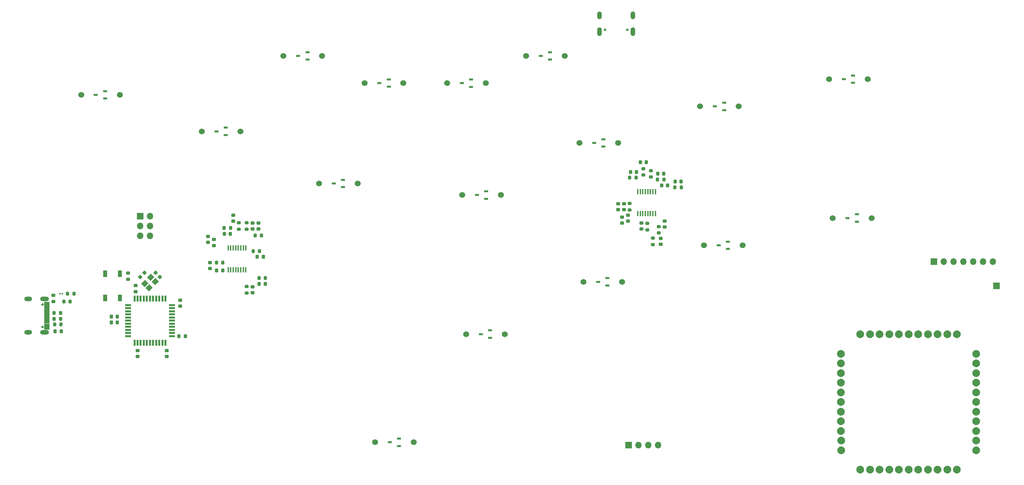
<source format=gbr>
%TF.GenerationSoftware,KiCad,Pcbnew,8.0.8*%
%TF.CreationDate,2025-04-29T22:55:39-07:00*%
%TF.ProjectId,MainBoard_BrooksGen5XMini,4d61696e-426f-4617-9264-5f42726f6f6b,rev?*%
%TF.SameCoordinates,Original*%
%TF.FileFunction,Soldermask,Bot*%
%TF.FilePolarity,Negative*%
%FSLAX46Y46*%
G04 Gerber Fmt 4.6, Leading zero omitted, Abs format (unit mm)*
G04 Created by KiCad (PCBNEW 8.0.8) date 2025-04-29 22:55:39*
%MOMM*%
%LPD*%
G01*
G04 APERTURE LIST*
G04 Aperture macros list*
%AMRoundRect*
0 Rectangle with rounded corners*
0 $1 Rounding radius*
0 $2 $3 $4 $5 $6 $7 $8 $9 X,Y pos of 4 corners*
0 Add a 4 corners polygon primitive as box body*
4,1,4,$2,$3,$4,$5,$6,$7,$8,$9,$2,$3,0*
0 Add four circle primitives for the rounded corners*
1,1,$1+$1,$2,$3*
1,1,$1+$1,$4,$5*
1,1,$1+$1,$6,$7*
1,1,$1+$1,$8,$9*
0 Add four rect primitives between the rounded corners*
20,1,$1+$1,$2,$3,$4,$5,0*
20,1,$1+$1,$4,$5,$6,$7,0*
20,1,$1+$1,$6,$7,$8,$9,0*
20,1,$1+$1,$8,$9,$2,$3,0*%
%AMRotRect*
0 Rectangle, with rotation*
0 The origin of the aperture is its center*
0 $1 length*
0 $2 width*
0 $3 Rotation angle, in degrees counterclockwise*
0 Add horizontal line*
21,1,$1,$2,0,0,$3*%
G04 Aperture macros list end*
%ADD10C,0.010000*%
%ADD11C,2.000000*%
%ADD12R,1.700000X1.700000*%
%ADD13O,1.700000X1.700000*%
%ADD14C,1.530000*%
%ADD15C,0.650000*%
%ADD16O,1.204000X2.304000*%
%ADD17O,1.204000X2.004000*%
%ADD18RoundRect,0.225000X0.225000X0.250000X-0.225000X0.250000X-0.225000X-0.250000X0.225000X-0.250000X0*%
%ADD19R,1.500000X0.550000*%
%ADD20R,0.550000X1.500000*%
%ADD21RoundRect,0.200000X-0.275000X0.200000X-0.275000X-0.200000X0.275000X-0.200000X0.275000X0.200000X0*%
%ADD22RoundRect,0.225000X0.250000X-0.225000X0.250000X0.225000X-0.250000X0.225000X-0.250000X-0.225000X0*%
%ADD23R,1.000000X0.599999*%
%ADD24RoundRect,0.225000X-0.250000X0.225000X-0.250000X-0.225000X0.250000X-0.225000X0.250000X0.225000X0*%
%ADD25RoundRect,0.200000X-0.200000X-0.275000X0.200000X-0.275000X0.200000X0.275000X-0.200000X0.275000X0*%
%ADD26RoundRect,0.225000X-0.225000X-0.250000X0.225000X-0.250000X0.225000X0.250000X-0.225000X0.250000X0*%
%ADD27RoundRect,0.200000X0.200000X0.275000X-0.200000X0.275000X-0.200000X-0.275000X0.200000X-0.275000X0*%
%ADD28RoundRect,0.225000X-0.017678X0.335876X-0.335876X0.017678X0.017678X-0.335876X0.335876X-0.017678X0*%
%ADD29RoundRect,0.200000X0.275000X-0.200000X0.275000X0.200000X-0.275000X0.200000X-0.275000X-0.200000X0*%
%ADD30RoundRect,0.100000X0.130000X0.100000X-0.130000X0.100000X-0.130000X-0.100000X0.130000X-0.100000X0*%
%ADD31R,0.355600X1.422400*%
%ADD32R,1.000000X1.700000*%
%ADD33RoundRect,0.218750X-0.256250X0.218750X-0.256250X-0.218750X0.256250X-0.218750X0.256250X0.218750X0*%
%ADD34O,2.004000X1.204000*%
%ADD35O,2.304000X1.204000*%
%ADD36RoundRect,0.225000X-0.335876X-0.017678X-0.017678X-0.335876X0.335876X0.017678X0.017678X0.335876X0*%
%ADD37RotRect,1.400000X1.200000X45.000000*%
%ADD38RoundRect,0.218750X0.218750X0.256250X-0.218750X0.256250X-0.218750X-0.256250X0.218750X-0.256250X0*%
G04 APERTURE END LIST*
D10*
%TO.C,J1*%
X28420000Y-100790000D02*
X27170000Y-100790000D01*
X27170000Y-100090000D01*
X28420000Y-100090000D01*
X28420000Y-100790000D01*
G36*
X28420000Y-100790000D02*
G01*
X27170000Y-100790000D01*
X27170000Y-100090000D01*
X28420000Y-100090000D01*
X28420000Y-100790000D01*
G37*
X28420000Y-99990000D02*
X27170000Y-99990000D01*
X27170000Y-99290000D01*
X28420000Y-99290000D01*
X28420000Y-99990000D01*
G36*
X28420000Y-99990000D02*
G01*
X27170000Y-99990000D01*
X27170000Y-99290000D01*
X28420000Y-99290000D01*
X28420000Y-99990000D01*
G37*
X28420000Y-99190000D02*
X27170000Y-99190000D01*
X27170000Y-98790000D01*
X28420000Y-98790000D01*
X28420000Y-99190000D01*
G36*
X28420000Y-99190000D02*
G01*
X27170000Y-99190000D01*
X27170000Y-98790000D01*
X28420000Y-98790000D01*
X28420000Y-99190000D01*
G37*
X28420000Y-98690000D02*
X27170000Y-98690000D01*
X27170000Y-98290000D01*
X28420000Y-98290000D01*
X28420000Y-98690000D01*
G36*
X28420000Y-98690000D02*
G01*
X27170000Y-98690000D01*
X27170000Y-98290000D01*
X28420000Y-98290000D01*
X28420000Y-98690000D01*
G37*
X28420000Y-98190000D02*
X27170000Y-98190000D01*
X27170000Y-97790000D01*
X28420000Y-97790000D01*
X28420000Y-98190000D01*
G36*
X28420000Y-98190000D02*
G01*
X27170000Y-98190000D01*
X27170000Y-97790000D01*
X28420000Y-97790000D01*
X28420000Y-98190000D01*
G37*
X28420000Y-97690000D02*
X27170000Y-97690000D01*
X27170000Y-97290000D01*
X28420000Y-97290000D01*
X28420000Y-97690000D01*
G36*
X28420000Y-97690000D02*
G01*
X27170000Y-97690000D01*
X27170000Y-97290000D01*
X28420000Y-97290000D01*
X28420000Y-97690000D01*
G37*
X28420000Y-97190000D02*
X27170000Y-97190000D01*
X27170000Y-96790000D01*
X28420000Y-96790000D01*
X28420000Y-97190000D01*
G36*
X28420000Y-97190000D02*
G01*
X27170000Y-97190000D01*
X27170000Y-96790000D01*
X28420000Y-96790000D01*
X28420000Y-97190000D01*
G37*
X28420000Y-96690000D02*
X27170000Y-96690000D01*
X27170000Y-96290000D01*
X28420000Y-96290000D01*
X28420000Y-96690000D01*
G36*
X28420000Y-96690000D02*
G01*
X27170000Y-96690000D01*
X27170000Y-96290000D01*
X28420000Y-96290000D01*
X28420000Y-96690000D01*
G37*
X28420000Y-96190000D02*
X27170000Y-96190000D01*
X27170000Y-95790000D01*
X28420000Y-95790000D01*
X28420000Y-96190000D01*
G36*
X28420000Y-96190000D02*
G01*
X27170000Y-96190000D01*
X27170000Y-95790000D01*
X28420000Y-95790000D01*
X28420000Y-96190000D01*
G37*
X28420000Y-95690000D02*
X27170000Y-95690000D01*
X27170000Y-95290000D01*
X28420000Y-95290000D01*
X28420000Y-95690000D01*
G36*
X28420000Y-95690000D02*
G01*
X27170000Y-95690000D01*
X27170000Y-95290000D01*
X28420000Y-95290000D01*
X28420000Y-95690000D01*
G37*
X28420000Y-95190000D02*
X27170000Y-95190000D01*
X27170000Y-94490000D01*
X28420000Y-94490000D01*
X28420000Y-95190000D01*
G36*
X28420000Y-95190000D02*
G01*
X27170000Y-95190000D01*
X27170000Y-94490000D01*
X28420000Y-94490000D01*
X28420000Y-95190000D01*
G37*
X28420000Y-94390000D02*
X27170000Y-94390000D01*
X27170000Y-93690000D01*
X28420000Y-93690000D01*
X28420000Y-94390000D01*
G36*
X28420000Y-94390000D02*
G01*
X27170000Y-94390000D01*
X27170000Y-93690000D01*
X28420000Y-93690000D01*
X28420000Y-94390000D01*
G37*
%TD*%
D11*
%TO.C,U37*%
X238075000Y-137075000D03*
X240575000Y-137075000D03*
X243075000Y-137075000D03*
X245575000Y-137075000D03*
X248075000Y-137075000D03*
X250575000Y-137075000D03*
X253075000Y-137075000D03*
X255575000Y-137075000D03*
X258075000Y-137075000D03*
X260575000Y-137075000D03*
X263075000Y-137075000D03*
X268075000Y-132075000D03*
X268075000Y-129575000D03*
X268075000Y-127075000D03*
X268075000Y-124575000D03*
X268075000Y-122075000D03*
X268075000Y-119575000D03*
X268075000Y-117075000D03*
X268075000Y-114575000D03*
X268075000Y-112075000D03*
X268075000Y-109575000D03*
X268075000Y-107075000D03*
X263075000Y-102075000D03*
X260575000Y-102075000D03*
X258075000Y-102075000D03*
X255575000Y-102075000D03*
X253075000Y-102075000D03*
X250575000Y-102075000D03*
X248075000Y-102075000D03*
X245575000Y-102075000D03*
X243075000Y-102075000D03*
X240575000Y-102075000D03*
X238075000Y-102075000D03*
X233075000Y-107075000D03*
X233075000Y-109575000D03*
X233075000Y-112075000D03*
X233075000Y-114575000D03*
X233075000Y-117075000D03*
X233075000Y-119575000D03*
X233075000Y-122075000D03*
X233075000Y-124575000D03*
X233075000Y-127075000D03*
X233125000Y-129575000D03*
X233125000Y-132125000D03*
%TD*%
D12*
%TO.C,J6*%
X273250000Y-89500000D03*
%TD*%
D13*
%TO.C,J5*%
X272365000Y-83250000D03*
X269825000Y-83250000D03*
X267285000Y-83250000D03*
X264745000Y-83250000D03*
X262205000Y-83250000D03*
X259665000Y-83250000D03*
D12*
X257125000Y-83250000D03*
%TD*%
%TO.C,J4*%
X178200000Y-130750000D03*
D13*
X180740000Y-130750000D03*
X183280000Y-130750000D03*
X185820000Y-130750000D03*
%TD*%
D14*
%TO.C,U22*%
X136200000Y-102000000D03*
X146200000Y-102000000D03*
%TD*%
D12*
%TO.C,J2*%
X51960000Y-71500000D03*
D13*
X54500000Y-71500000D03*
X51960000Y-74040000D03*
X54500000Y-74040000D03*
X51960000Y-76580000D03*
X54500000Y-76580000D03*
%TD*%
D14*
%TO.C,U31*%
X196700000Y-43050002D03*
X206700000Y-43050002D03*
%TD*%
%TO.C,U32*%
X112700000Y-130000000D03*
X122700000Y-130000000D03*
%TD*%
%TO.C,U25*%
X110000000Y-37000000D03*
X120000000Y-37000000D03*
%TD*%
%TO.C,U2*%
X36700000Y-40050002D03*
X46700000Y-40050002D03*
%TD*%
%TO.C,U33*%
X151700000Y-30000000D03*
X161700000Y-30000000D03*
%TD*%
%TO.C,U30*%
X197700000Y-79000000D03*
X207700000Y-79000000D03*
%TD*%
D15*
%TO.C,J3*%
X177890000Y-23180000D03*
X172110000Y-23180000D03*
D16*
X179320000Y-23680000D03*
X170680000Y-23680000D03*
D17*
X179320000Y-19500000D03*
X170680000Y-19500000D03*
%TD*%
D14*
%TO.C,U23*%
X135200000Y-66000000D03*
X145200000Y-66000000D03*
%TD*%
%TO.C,U24*%
X67900000Y-49500003D03*
X77900000Y-49500003D03*
%TD*%
%TO.C,U35*%
X230000000Y-36000003D03*
X240000000Y-36000003D03*
%TD*%
%TO.C,U26*%
X166500000Y-88450001D03*
X176500000Y-88450001D03*
%TD*%
%TO.C,U28*%
X98200000Y-63000000D03*
X108200000Y-63000000D03*
%TD*%
%TO.C,U27*%
X165500000Y-52500003D03*
X175500000Y-52500003D03*
%TD*%
%TO.C,U29*%
X131300000Y-37050002D03*
X141300000Y-37050002D03*
%TD*%
%TO.C,U21*%
X89000000Y-30000000D03*
X99000000Y-30000000D03*
%TD*%
%TO.C,U34*%
X231000000Y-72000000D03*
X241000000Y-72000000D03*
%TD*%
D18*
%TO.C,C30*%
X84275000Y-89000000D03*
X82725000Y-89000000D03*
%TD*%
D19*
%TO.C,U20*%
X48800000Y-102500000D03*
X48800000Y-101700000D03*
X48800000Y-100900000D03*
X48800000Y-100100000D03*
X48800000Y-99300000D03*
X48800000Y-98500000D03*
X48800000Y-97700000D03*
X48800000Y-96900000D03*
X48800000Y-96100000D03*
X48800000Y-95300000D03*
X48800000Y-94500000D03*
D20*
X50500000Y-92800000D03*
X51300000Y-92800000D03*
X52100000Y-92800000D03*
X52900000Y-92800000D03*
X53700000Y-92800000D03*
X54500000Y-92800000D03*
X55300000Y-92800000D03*
X56100000Y-92800000D03*
X56900000Y-92800000D03*
X57700000Y-92800000D03*
X58500000Y-92800000D03*
D19*
X60200000Y-94500000D03*
X60200000Y-95300000D03*
X60200000Y-96100000D03*
X60200000Y-96900000D03*
X60200000Y-97700000D03*
X60200000Y-98500000D03*
X60200000Y-99300000D03*
X60200000Y-100100000D03*
X60200000Y-100900000D03*
X60200000Y-101700000D03*
X60200000Y-102500000D03*
D20*
X58500000Y-104200000D03*
X57700000Y-104200000D03*
X56900000Y-104200000D03*
X56100000Y-104200000D03*
X55300000Y-104200000D03*
X54500000Y-104200000D03*
X53700000Y-104200000D03*
X52900000Y-104200000D03*
X52100000Y-104200000D03*
X51300000Y-104200000D03*
X50500000Y-104200000D03*
%TD*%
D21*
%TO.C,R12*%
X184000000Y-59675000D03*
X184000000Y-61325000D03*
%TD*%
D22*
%TO.C,C24*%
X181500000Y-74775000D03*
X181500000Y-73225000D03*
%TD*%
D23*
%TO.C,U15*%
X157900000Y-29049999D03*
X157900000Y-30949998D03*
X155500000Y-30000000D03*
%TD*%
D24*
%TO.C,C41*%
X82500000Y-73225000D03*
X82500000Y-74775000D03*
%TD*%
D23*
%TO.C,U4*%
X171700000Y-51549999D03*
X171700000Y-53449998D03*
X169300000Y-52500000D03*
%TD*%
%TO.C,U18*%
X137500000Y-36099999D03*
X137500000Y-37999998D03*
X135100000Y-37050000D03*
%TD*%
D22*
%TO.C,C7*%
X50800000Y-91000000D03*
X50800000Y-89450000D03*
%TD*%
D23*
%TO.C,U12*%
X142400000Y-101049999D03*
X142400000Y-102949998D03*
X140000000Y-102000000D03*
%TD*%
D21*
%TO.C,R31*%
X79500000Y-73175000D03*
X79500000Y-74825000D03*
%TD*%
D25*
%TO.C,R8*%
X178500000Y-61500000D03*
X180150000Y-61500000D03*
%TD*%
D18*
%TO.C,C17*%
X188275000Y-63500000D03*
X186725000Y-63500000D03*
%TD*%
D26*
%TO.C,C14*%
X178725000Y-60000000D03*
X180275000Y-60000000D03*
%TD*%
D23*
%TO.C,U6*%
X236200000Y-35049999D03*
X236200000Y-36949998D03*
X233800000Y-36000000D03*
%TD*%
D27*
%TO.C,R25*%
X82825000Y-80500000D03*
X81175000Y-80500000D03*
%TD*%
D28*
%TO.C,C10*%
X53060140Y-86108489D03*
X51964124Y-87204505D03*
%TD*%
D29*
%TO.C,R18*%
X183000000Y-75000000D03*
X183000000Y-73350000D03*
%TD*%
D30*
%TO.C,*%
X31860000Y-91540000D03*
%TD*%
D31*
%TO.C,U3*%
X74725001Y-79655200D03*
X75374999Y-79655200D03*
X76025001Y-79655200D03*
X76674999Y-79655200D03*
X77324998Y-79655200D03*
X77974999Y-79655200D03*
X78624998Y-79655200D03*
X79274999Y-79655200D03*
X79274999Y-85344800D03*
X78625001Y-85344800D03*
X77974999Y-85344800D03*
X77325001Y-85344800D03*
X76675002Y-85344800D03*
X76025001Y-85344800D03*
X75375002Y-85344800D03*
X74725001Y-85344800D03*
%TD*%
D25*
%TO.C,R29*%
X73675000Y-74500000D03*
X75325000Y-74500000D03*
%TD*%
D27*
%TO.C,R14*%
X191825000Y-64000000D03*
X190175000Y-64000000D03*
%TD*%
%TO.C,R3*%
X31365000Y-98040000D03*
X29715000Y-98040000D03*
%TD*%
D29*
%TO.C,R20*%
X186000000Y-75825000D03*
X186000000Y-74175000D03*
%TD*%
D27*
%TO.C,R9*%
X31500000Y-99500000D03*
X29850000Y-99500000D03*
%TD*%
D32*
%TO.C,SW_RESET1*%
X42900000Y-86350000D03*
X42900000Y-92650000D03*
X46700000Y-86350000D03*
X46700000Y-92650000D03*
%TD*%
D29*
%TO.C,R19*%
X184500000Y-78825000D03*
X184500000Y-77175000D03*
%TD*%
D33*
%TO.C,D6*%
X29500000Y-91962500D03*
X29500000Y-93537500D03*
%TD*%
D34*
%TO.C,J1*%
X23040000Y-92920000D03*
X23040000Y-101560000D03*
D35*
X27220000Y-92920000D03*
X27220000Y-101560000D03*
D15*
X26720000Y-94350000D03*
X26720000Y-100130000D03*
%TD*%
D24*
%TO.C,C3*%
X51300000Y-106225000D03*
X51300000Y-107775000D03*
%TD*%
D22*
%TO.C,C9*%
X177000000Y-69775000D03*
X177000000Y-68225000D03*
%TD*%
D36*
%TO.C,C8*%
X55964124Y-86108489D03*
X57060140Y-87204505D03*
%TD*%
D21*
%TO.C,R11*%
X182000000Y-59175000D03*
X182000000Y-60825000D03*
%TD*%
D26*
%TO.C,C11*%
X44525000Y-99000000D03*
X46075000Y-99000000D03*
%TD*%
D22*
%TO.C,C25*%
X186500000Y-78775000D03*
X186500000Y-77225000D03*
%TD*%
D24*
%TO.C,C39*%
X81000000Y-73225000D03*
X81000000Y-74775000D03*
%TD*%
%TO.C,C4*%
X58800000Y-106225000D03*
X58800000Y-107775000D03*
%TD*%
%TO.C,C34*%
X69500000Y-76725000D03*
X69500000Y-78275000D03*
%TD*%
D18*
%TO.C,C16*%
X187275000Y-60500000D03*
X185725000Y-60500000D03*
%TD*%
D23*
%TO.C,U11*%
X141400000Y-65049999D03*
X141400000Y-66949998D03*
X139000000Y-66000000D03*
%TD*%
%TO.C,U10*%
X104400000Y-62049999D03*
X104400000Y-63949998D03*
X102000000Y-63000000D03*
%TD*%
D24*
%TO.C,C2*%
X70000000Y-83500000D03*
X70000000Y-85050000D03*
%TD*%
D25*
%TO.C,R7*%
X61975000Y-102500000D03*
X63625000Y-102500000D03*
%TD*%
D23*
%TO.C,U14*%
X237200000Y-70999999D03*
X237200000Y-72899998D03*
X234800000Y-71950000D03*
%TD*%
D37*
%TO.C,Y2*%
X53168629Y-88868629D03*
X54724264Y-87312994D03*
X55855635Y-88444365D03*
X54300000Y-90000000D03*
%TD*%
D29*
%TO.C,R26*%
X79500000Y-91325000D03*
X79500000Y-89675000D03*
%TD*%
D23*
%TO.C,U19*%
X203900000Y-78049999D03*
X203900000Y-79949998D03*
X201500000Y-79000000D03*
%TD*%
D38*
%TO.C,D5*%
X31537500Y-101250000D03*
X29962500Y-101250000D03*
%TD*%
D22*
%TO.C,C32*%
X81000000Y-91275000D03*
X81000000Y-89725000D03*
%TD*%
D23*
%TO.C,U16*%
X95200000Y-29049999D03*
X95200000Y-30949998D03*
X92800000Y-30000000D03*
%TD*%
D22*
%TO.C,C20*%
X178000000Y-72775000D03*
X178000000Y-71225000D03*
%TD*%
D31*
%TO.C,U1*%
X180569801Y-65130199D03*
X181219799Y-65130199D03*
X181869801Y-65130199D03*
X182519799Y-65130199D03*
X183169798Y-65130199D03*
X183819799Y-65130199D03*
X184469798Y-65130199D03*
X185119799Y-65130199D03*
X185119799Y-70819799D03*
X184469801Y-70819799D03*
X183819799Y-70819799D03*
X183169801Y-70819799D03*
X182519802Y-70819799D03*
X181869801Y-70819799D03*
X181219802Y-70819799D03*
X180569801Y-70819799D03*
%TD*%
D27*
%TO.C,R13*%
X187325000Y-62000000D03*
X185675000Y-62000000D03*
%TD*%
D23*
%TO.C,U13*%
X172700000Y-87499999D03*
X172700000Y-89399998D03*
X170300000Y-88450000D03*
%TD*%
D30*
%TO.C,D2*%
X31860000Y-91540000D03*
X31220000Y-91540000D03*
%TD*%
D26*
%TO.C,C15*%
X181225000Y-57500000D03*
X182775000Y-57500000D03*
%TD*%
D25*
%TO.C,R34*%
X71675000Y-83500000D03*
X73325000Y-83500000D03*
%TD*%
D23*
%TO.C,U7*%
X118900000Y-129049999D03*
X118900000Y-130949998D03*
X116500000Y-130000000D03*
%TD*%
D18*
%TO.C,C31*%
X83775000Y-82000000D03*
X82225000Y-82000000D03*
%TD*%
D27*
%TO.C,R5*%
X34865000Y-91540000D03*
X33215000Y-91540000D03*
%TD*%
D23*
%TO.C,U17*%
X116200000Y-36049999D03*
X116200000Y-37949998D03*
X113800000Y-37000000D03*
%TD*%
D26*
%TO.C,C1*%
X71725000Y-85500000D03*
X73275000Y-85500000D03*
%TD*%
D21*
%TO.C,R27*%
X178500000Y-68175000D03*
X178500000Y-69825000D03*
%TD*%
D18*
%TO.C,C18*%
X191775000Y-62500000D03*
X190225000Y-62500000D03*
%TD*%
D22*
%TO.C,C19*%
X176500000Y-73275000D03*
X176500000Y-71725000D03*
%TD*%
D25*
%TO.C,R2*%
X29715000Y-96540000D03*
X31365000Y-96540000D03*
%TD*%
D23*
%TO.C,U9*%
X42900000Y-39099999D03*
X42900000Y-40999998D03*
X40500000Y-40050000D03*
%TD*%
D22*
%TO.C,C6*%
X62300000Y-94775000D03*
X62300000Y-93225000D03*
%TD*%
D26*
%TO.C,C37*%
X73725000Y-76000000D03*
X75275000Y-76000000D03*
%TD*%
D23*
%TO.C,U8*%
X74100000Y-48549999D03*
X74100000Y-50449998D03*
X71700000Y-49500000D03*
%TD*%
D24*
%TO.C,C38*%
X76000000Y-71225000D03*
X76000000Y-72775000D03*
%TD*%
D21*
%TO.C,R30*%
X77500000Y-73175000D03*
X77500000Y-74825000D03*
%TD*%
D25*
%TO.C,R10*%
X32215000Y-93540000D03*
X33865000Y-93540000D03*
%TD*%
D22*
%TO.C,C12*%
X175500000Y-69775000D03*
X175500000Y-68225000D03*
%TD*%
D29*
%TO.C,R6*%
X48800000Y-87825000D03*
X48800000Y-86175000D03*
%TD*%
D27*
%TO.C,R24*%
X84325000Y-87500000D03*
X82675000Y-87500000D03*
%TD*%
%TO.C,R33*%
X83325000Y-76500000D03*
X81675000Y-76500000D03*
%TD*%
D24*
%TO.C,C26*%
X187500000Y-72725000D03*
X187500000Y-74275000D03*
%TD*%
D23*
%TO.C,U5*%
X202900000Y-42099999D03*
X202900000Y-43999998D03*
X200500000Y-43050000D03*
%TD*%
D18*
%TO.C,C5*%
X46075000Y-97500000D03*
X44525000Y-97500000D03*
%TD*%
D37*
%TO.C,*%
X53168629Y-88868629D03*
%TD*%
D24*
%TO.C,C33*%
X71000000Y-77500000D03*
X71000000Y-79050000D03*
%TD*%
M02*

</source>
